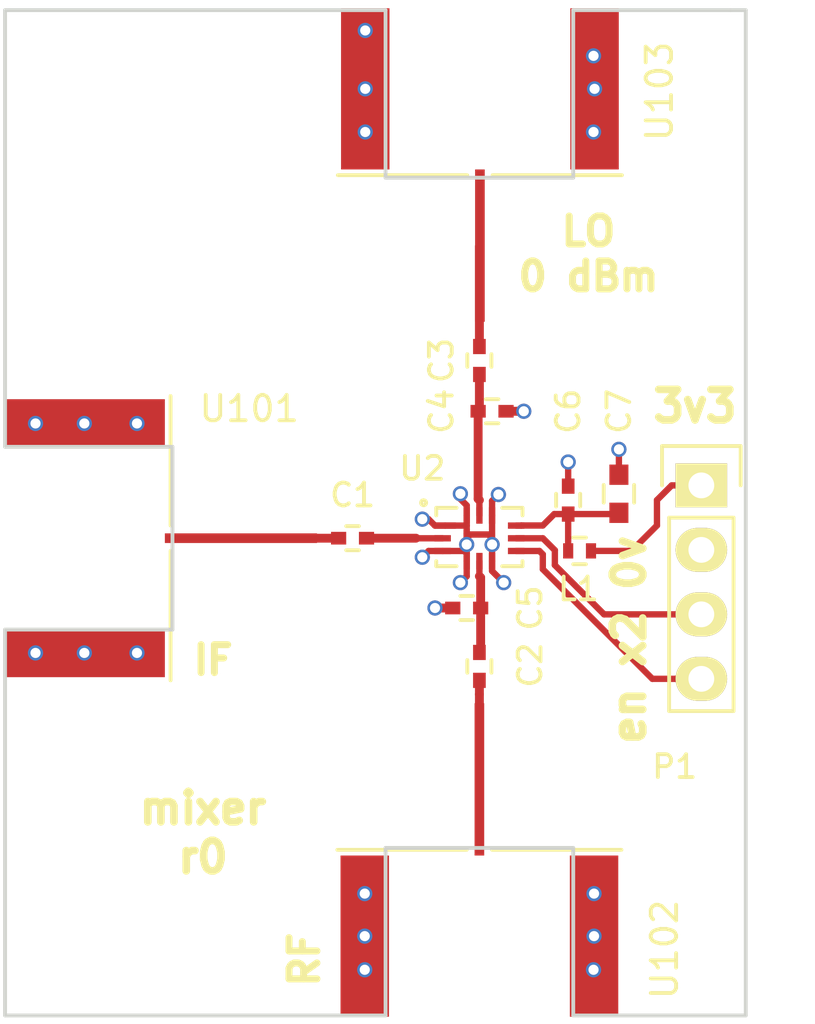
<source format=kicad_pcb>
(kicad_pcb (version 4) (host pcbnew 4.0.2-stable)

  (general
    (links 31)
    (no_connects 1)
    (area 129.55 83.8 161.875 124.150001)
    (thickness 1.6)
    (drawings 24)
    (tracks 116)
    (zones 0)
    (modules 13)
    (nets 12)
  )

  (page A4)
  (layers
    (0 F.Cu signal)
    (1 In1.Cu signal)
    (2 In2.Cu signal)
    (31 B.Cu signal)
    (32 B.Adhes user)
    (33 F.Adhes user)
    (34 B.Paste user)
    (35 F.Paste user)
    (36 B.SilkS user)
    (37 F.SilkS user)
    (38 B.Mask user)
    (39 F.Mask user)
    (40 Dwgs.User user)
    (41 Cmts.User user)
    (42 Eco1.User user)
    (43 Eco2.User user)
    (44 Edge.Cuts user)
    (45 Margin user)
    (46 B.CrtYd user)
    (47 F.CrtYd user)
    (48 B.Fab user)
    (49 F.Fab user)
  )

  (setup
    (last_trace_width 0.35)
    (user_trace_width 0.35)
    (trace_clearance 0.127)
    (zone_clearance 0.3)
    (zone_45_only no)
    (trace_min 0.127)
    (segment_width 0.2)
    (edge_width 0.15)
    (via_size 0.6)
    (via_drill 0.4)
    (via_min_size 0.4)
    (via_min_drill 0.3)
    (uvia_size 0.3)
    (uvia_drill 0.1)
    (uvias_allowed no)
    (uvia_min_size 0.2)
    (uvia_min_drill 0.1)
    (pcb_text_width 0.3)
    (pcb_text_size 1.5 1.5)
    (mod_edge_width 0.15)
    (mod_text_size 0.9 0.9)
    (mod_text_width 0.15)
    (pad_size 1.524 1.524)
    (pad_drill 0.762)
    (pad_to_mask_clearance 0.2)
    (aux_axis_origin 0 0)
    (visible_elements FFFEFF7F)
    (pcbplotparams
      (layerselection 0x010f0_80000003)
      (usegerberextensions true)
      (excludeedgelayer true)
      (linewidth 0.100000)
      (plotframeref false)
      (viasonmask false)
      (mode 1)
      (useauxorigin false)
      (hpglpennumber 1)
      (hpglpenspeed 20)
      (hpglpendiameter 15)
      (hpglpenoverlay 2)
      (psnegative false)
      (psa4output false)
      (plotreference true)
      (plotvalue true)
      (plotinvisibletext false)
      (padsonsilk false)
      (subtractmaskfromsilk false)
      (outputformat 1)
      (mirror false)
      (drillshape 0)
      (scaleselection 1)
      (outputdirectory gerbs/))
  )

  (net 0 "")
  (net 1 "Net-(C1-Pad1)")
  (net 2 "Net-(C1-Pad2)")
  (net 3 "Net-(C2-Pad1)")
  (net 4 "Net-(C2-Pad2)")
  (net 5 "Net-(C3-Pad1)")
  (net 6 "Net-(C3-Pad2)")
  (net 7 GND)
  (net 8 "Net-(C6-Pad1)")
  (net 9 VCC)
  (net 10 "Net-(P1-Pad3)")
  (net 11 "Net-(P1-Pad4)")

  (net_class Default "This is the default net class."
    (clearance 0.127)
    (trace_width 0.25)
    (via_dia 0.6)
    (via_drill 0.4)
    (uvia_dia 0.3)
    (uvia_drill 0.1)
    (add_net GND)
    (add_net "Net-(C1-Pad1)")
    (add_net "Net-(C1-Pad2)")
    (add_net "Net-(C2-Pad1)")
    (add_net "Net-(C2-Pad2)")
    (add_net "Net-(C3-Pad1)")
    (add_net "Net-(C3-Pad2)")
    (add_net "Net-(C6-Pad1)")
    (add_net "Net-(P1-Pad3)")
    (add_net "Net-(P1-Pad4)")
    (add_net VCC)
  )

  (module vna_footprints:QFN_12_3mm2mm (layer F.Cu) (tedit 571B31B5) (tstamp 571B3829)
    (at 148.5 105.0036)
    (path /571B3479)
    (fp_text reference U2 (at -2.25 -2.7536) (layer F.SilkS)
      (effects (font (size 0.9 0.9) (thickness 0.15)))
    )
    (fp_text value LTC5549 (at 3.75 -4.5) (layer F.Fab)
      (effects (font (size 0.9 0.9) (thickness 0.15)))
    )
    (fp_circle (center -2.2 -1.4) (end -2.3 -1.4) (layer F.SilkS) (width 0.15))
    (fp_line (start -1.7 1.1) (end -1.7 0.9) (layer F.SilkS) (width 0.15))
    (fp_line (start -0.9 1.1) (end -1.7 1.1) (layer F.SilkS) (width 0.15))
    (fp_line (start 1.7 1.1) (end 0.9 1.1) (layer F.SilkS) (width 0.15))
    (fp_line (start 1.7 0.9) (end 1.7 1.1) (layer F.SilkS) (width 0.15))
    (fp_line (start 1.7 -1.2) (end 1.7 -0.9) (layer F.SilkS) (width 0.15))
    (fp_line (start 0.9 -1.2) (end 1.7 -1.2) (layer F.SilkS) (width 0.15))
    (fp_line (start -1.7 -1.2) (end -0.9 -1.2) (layer F.SilkS) (width 0.15))
    (fp_line (start -1.7 -0.9) (end -1.7 -1.2) (layer F.SilkS) (width 0.15))
    (pad 1 smd rect (at -1.35 -0.5) (size 0.85 0.25) (layers F.Cu F.Paste F.Mask)
      (net 7 GND))
    (pad 2 smd rect (at -1.45 0) (size 0.65 0.25) (layers F.Cu F.Paste F.Mask)
      (net 2 "Net-(C1-Pad2)"))
    (pad 3 smd rect (at -1.45 0.5) (size 0.65 0.25) (layers F.Cu F.Paste F.Mask)
      (net 7 GND))
    (pad 4 smd rect (at -0.5 0.9 90) (size 0.65 0.25) (layers F.Cu F.Paste F.Mask)
      (net 7 GND))
    (pad 5 smd rect (at 0 0.9 90) (size 0.65 0.25) (layers F.Cu F.Paste F.Mask)
      (net 4 "Net-(C2-Pad2)"))
    (pad 6 smd rect (at 0.5 0.9 90) (size 0.65 0.25) (layers F.Cu F.Paste F.Mask)
      (net 7 GND))
    (pad 7 smd rect (at 1.45 0.5) (size 0.65 0.25) (layers F.Cu F.Paste F.Mask)
      (net 11 "Net-(P1-Pad4)"))
    (pad 8 smd rect (at 1.45 0) (size 0.65 0.25) (layers F.Cu F.Paste F.Mask)
      (net 10 "Net-(P1-Pad3)"))
    (pad 9 smd rect (at 1.45 -0.5) (size 0.65 0.25) (layers F.Cu F.Paste F.Mask)
      (net 8 "Net-(C6-Pad1)"))
    (pad 10 smd rect (at 0.5 -0.9 90) (size 0.65 0.25) (layers F.Cu F.Paste F.Mask)
      (net 7 GND))
    (pad 11 smd rect (at 0 -0.9 90) (size 0.65 0.25) (layers F.Cu F.Paste F.Mask)
      (net 6 "Net-(C3-Pad2)"))
    (pad 12 smd rect (at -0.5 -0.9 90) (size 0.65 0.25) (layers F.Cu F.Paste F.Mask)
      (net 7 GND))
    (pad 13 smd rect (at 0 -0.15) (size 0.77 0.25) (layers F.Cu F.Paste F.Mask)
      (net 7 GND))
  )

  (module Capacitors_SMD:C_0402 (layer F.Cu) (tedit 5415D599) (tstamp 571B37DD)
    (at 143.5 105)
    (descr "Capacitor SMD 0402, reflow soldering, AVX (see smccp.pdf)")
    (tags "capacitor 0402")
    (path /571B5579)
    (attr smd)
    (fp_text reference C1 (at 0 -1.7) (layer F.SilkS)
      (effects (font (size 0.9 0.9) (thickness 0.15)))
    )
    (fp_text value "10 pF" (at 0 1.7) (layer F.Fab)
      (effects (font (size 0.9 0.9) (thickness 0.15)))
    )
    (fp_line (start -1.15 -0.6) (end 1.15 -0.6) (layer F.CrtYd) (width 0.05))
    (fp_line (start -1.15 0.6) (end 1.15 0.6) (layer F.CrtYd) (width 0.05))
    (fp_line (start -1.15 -0.6) (end -1.15 0.6) (layer F.CrtYd) (width 0.05))
    (fp_line (start 1.15 -0.6) (end 1.15 0.6) (layer F.CrtYd) (width 0.05))
    (fp_line (start 0.25 -0.475) (end -0.25 -0.475) (layer F.SilkS) (width 0.15))
    (fp_line (start -0.25 0.475) (end 0.25 0.475) (layer F.SilkS) (width 0.15))
    (pad 1 smd rect (at -0.55 0) (size 0.6 0.5) (layers F.Cu F.Paste F.Mask)
      (net 1 "Net-(C1-Pad1)"))
    (pad 2 smd rect (at 0.55 0) (size 0.6 0.5) (layers F.Cu F.Paste F.Mask)
      (net 2 "Net-(C1-Pad2)"))
    (model Capacitors_SMD.3dshapes/C_0402.wrl
      (at (xyz 0 0 0))
      (scale (xyz 1 1 1))
      (rotate (xyz 0 0 0))
    )
  )

  (module Capacitors_SMD:C_0402 (layer F.Cu) (tedit 5415D599) (tstamp 571B37E3)
    (at 148.5 110.05 90)
    (descr "Capacitor SMD 0402, reflow soldering, AVX (see smccp.pdf)")
    (tags "capacitor 0402")
    (path /571B537E)
    (attr smd)
    (fp_text reference C2 (at 0.05 2 90) (layer F.SilkS)
      (effects (font (size 0.9 0.9) (thickness 0.15)))
    )
    (fp_text value "10 pF" (at 0 1.7 90) (layer F.Fab)
      (effects (font (size 0.9 0.9) (thickness 0.15)))
    )
    (fp_line (start -1.15 -0.6) (end 1.15 -0.6) (layer F.CrtYd) (width 0.05))
    (fp_line (start -1.15 0.6) (end 1.15 0.6) (layer F.CrtYd) (width 0.05))
    (fp_line (start -1.15 -0.6) (end -1.15 0.6) (layer F.CrtYd) (width 0.05))
    (fp_line (start 1.15 -0.6) (end 1.15 0.6) (layer F.CrtYd) (width 0.05))
    (fp_line (start 0.25 -0.475) (end -0.25 -0.475) (layer F.SilkS) (width 0.15))
    (fp_line (start -0.25 0.475) (end 0.25 0.475) (layer F.SilkS) (width 0.15))
    (pad 1 smd rect (at -0.55 0 90) (size 0.6 0.5) (layers F.Cu F.Paste F.Mask)
      (net 3 "Net-(C2-Pad1)"))
    (pad 2 smd rect (at 0.55 0 90) (size 0.6 0.5) (layers F.Cu F.Paste F.Mask)
      (net 4 "Net-(C2-Pad2)"))
    (model Capacitors_SMD.3dshapes/C_0402.wrl
      (at (xyz 0 0 0))
      (scale (xyz 1 1 1))
      (rotate (xyz 0 0 0))
    )
  )

  (module Capacitors_SMD:C_0402 (layer F.Cu) (tedit 5415D599) (tstamp 571B37E9)
    (at 148.5 98 270)
    (descr "Capacitor SMD 0402, reflow soldering, AVX (see smccp.pdf)")
    (tags "capacitor 0402")
    (path /571B51AD)
    (attr smd)
    (fp_text reference C3 (at 0 1.5 270) (layer F.SilkS)
      (effects (font (size 0.9 0.9) (thickness 0.15)))
    )
    (fp_text value "10 pF" (at 0 1.7 270) (layer F.Fab)
      (effects (font (size 0.9 0.9) (thickness 0.15)))
    )
    (fp_line (start -1.15 -0.6) (end 1.15 -0.6) (layer F.CrtYd) (width 0.05))
    (fp_line (start -1.15 0.6) (end 1.15 0.6) (layer F.CrtYd) (width 0.05))
    (fp_line (start -1.15 -0.6) (end -1.15 0.6) (layer F.CrtYd) (width 0.05))
    (fp_line (start 1.15 -0.6) (end 1.15 0.6) (layer F.CrtYd) (width 0.05))
    (fp_line (start 0.25 -0.475) (end -0.25 -0.475) (layer F.SilkS) (width 0.15))
    (fp_line (start -0.25 0.475) (end 0.25 0.475) (layer F.SilkS) (width 0.15))
    (pad 1 smd rect (at -0.55 0 270) (size 0.6 0.5) (layers F.Cu F.Paste F.Mask)
      (net 5 "Net-(C3-Pad1)"))
    (pad 2 smd rect (at 0.55 0 270) (size 0.6 0.5) (layers F.Cu F.Paste F.Mask)
      (net 6 "Net-(C3-Pad2)"))
    (model Capacitors_SMD.3dshapes/C_0402.wrl
      (at (xyz 0 0 0))
      (scale (xyz 1 1 1))
      (rotate (xyz 0 0 0))
    )
  )

  (module Capacitors_SMD:C_0402 (layer F.Cu) (tedit 5415D599) (tstamp 571B37EF)
    (at 149 100)
    (descr "Capacitor SMD 0402, reflow soldering, AVX (see smccp.pdf)")
    (tags "capacitor 0402")
    (path /571B3D6C)
    (attr smd)
    (fp_text reference C4 (at -2 0 90) (layer F.SilkS)
      (effects (font (size 0.9 0.9) (thickness 0.15)))
    )
    (fp_text value ".15 pF" (at 0 1.7) (layer F.Fab)
      (effects (font (size 0.9 0.9) (thickness 0.15)))
    )
    (fp_line (start -1.15 -0.6) (end 1.15 -0.6) (layer F.CrtYd) (width 0.05))
    (fp_line (start -1.15 0.6) (end 1.15 0.6) (layer F.CrtYd) (width 0.05))
    (fp_line (start -1.15 -0.6) (end -1.15 0.6) (layer F.CrtYd) (width 0.05))
    (fp_line (start 1.15 -0.6) (end 1.15 0.6) (layer F.CrtYd) (width 0.05))
    (fp_line (start 0.25 -0.475) (end -0.25 -0.475) (layer F.SilkS) (width 0.15))
    (fp_line (start -0.25 0.475) (end 0.25 0.475) (layer F.SilkS) (width 0.15))
    (pad 1 smd rect (at -0.55 0) (size 0.6 0.5) (layers F.Cu F.Paste F.Mask)
      (net 6 "Net-(C3-Pad2)"))
    (pad 2 smd rect (at 0.55 0) (size 0.6 0.5) (layers F.Cu F.Paste F.Mask)
      (net 7 GND))
    (model Capacitors_SMD.3dshapes/C_0402.wrl
      (at (xyz 0 0 0))
      (scale (xyz 1 1 1))
      (rotate (xyz 0 0 0))
    )
  )

  (module Capacitors_SMD:C_0402 (layer F.Cu) (tedit 5415D599) (tstamp 571B37F5)
    (at 148 107.75)
    (descr "Capacitor SMD 0402, reflow soldering, AVX (see smccp.pdf)")
    (tags "capacitor 0402")
    (path /571B3DD9)
    (attr smd)
    (fp_text reference C5 (at 2.5 0 90) (layer F.SilkS)
      (effects (font (size 0.9 0.9) (thickness 0.15)))
    )
    (fp_text value ".15 pF" (at 0 1.7) (layer F.Fab)
      (effects (font (size 0.9 0.9) (thickness 0.15)))
    )
    (fp_line (start -1.15 -0.6) (end 1.15 -0.6) (layer F.CrtYd) (width 0.05))
    (fp_line (start -1.15 0.6) (end 1.15 0.6) (layer F.CrtYd) (width 0.05))
    (fp_line (start -1.15 -0.6) (end -1.15 0.6) (layer F.CrtYd) (width 0.05))
    (fp_line (start 1.15 -0.6) (end 1.15 0.6) (layer F.CrtYd) (width 0.05))
    (fp_line (start 0.25 -0.475) (end -0.25 -0.475) (layer F.SilkS) (width 0.15))
    (fp_line (start -0.25 0.475) (end 0.25 0.475) (layer F.SilkS) (width 0.15))
    (pad 1 smd rect (at -0.55 0) (size 0.6 0.5) (layers F.Cu F.Paste F.Mask)
      (net 7 GND))
    (pad 2 smd rect (at 0.55 0) (size 0.6 0.5) (layers F.Cu F.Paste F.Mask)
      (net 4 "Net-(C2-Pad2)"))
    (model Capacitors_SMD.3dshapes/C_0402.wrl
      (at (xyz 0 0 0))
      (scale (xyz 1 1 1))
      (rotate (xyz 0 0 0))
    )
  )

  (module Capacitors_SMD:C_0402 (layer F.Cu) (tedit 5415D599) (tstamp 571B37FB)
    (at 152 103.5 90)
    (descr "Capacitor SMD 0402, reflow soldering, AVX (see smccp.pdf)")
    (tags "capacitor 0402")
    (path /571B3F93)
    (attr smd)
    (fp_text reference C6 (at 3.5 0 90) (layer F.SilkS)
      (effects (font (size 0.9 0.9) (thickness 0.15)))
    )
    (fp_text value "10 pF" (at 0 1.7 90) (layer F.Fab)
      (effects (font (size 0.9 0.9) (thickness 0.15)))
    )
    (fp_line (start -1.15 -0.6) (end 1.15 -0.6) (layer F.CrtYd) (width 0.05))
    (fp_line (start -1.15 0.6) (end 1.15 0.6) (layer F.CrtYd) (width 0.05))
    (fp_line (start -1.15 -0.6) (end -1.15 0.6) (layer F.CrtYd) (width 0.05))
    (fp_line (start 1.15 -0.6) (end 1.15 0.6) (layer F.CrtYd) (width 0.05))
    (fp_line (start 0.25 -0.475) (end -0.25 -0.475) (layer F.SilkS) (width 0.15))
    (fp_line (start -0.25 0.475) (end 0.25 0.475) (layer F.SilkS) (width 0.15))
    (pad 1 smd rect (at -0.55 0 90) (size 0.6 0.5) (layers F.Cu F.Paste F.Mask)
      (net 8 "Net-(C6-Pad1)"))
    (pad 2 smd rect (at 0.55 0 90) (size 0.6 0.5) (layers F.Cu F.Paste F.Mask)
      (net 7 GND))
    (model Capacitors_SMD.3dshapes/C_0402.wrl
      (at (xyz 0 0 0))
      (scale (xyz 1 1 1))
      (rotate (xyz 0 0 0))
    )
  )

  (module Capacitors_SMD:C_0603 (layer F.Cu) (tedit 5415D631) (tstamp 571B3801)
    (at 154 103.25 90)
    (descr "Capacitor SMD 0603, reflow soldering, AVX (see smccp.pdf)")
    (tags "capacitor 0603")
    (path /571B4014)
    (attr smd)
    (fp_text reference C7 (at 3.25 0 90) (layer F.SilkS)
      (effects (font (size 0.9 0.9) (thickness 0.15)))
    )
    (fp_text value "1 uF" (at 0 1.9 90) (layer F.Fab)
      (effects (font (size 0.9 0.9) (thickness 0.15)))
    )
    (fp_line (start -1.45 -0.75) (end 1.45 -0.75) (layer F.CrtYd) (width 0.05))
    (fp_line (start -1.45 0.75) (end 1.45 0.75) (layer F.CrtYd) (width 0.05))
    (fp_line (start -1.45 -0.75) (end -1.45 0.75) (layer F.CrtYd) (width 0.05))
    (fp_line (start 1.45 -0.75) (end 1.45 0.75) (layer F.CrtYd) (width 0.05))
    (fp_line (start -0.35 -0.6) (end 0.35 -0.6) (layer F.SilkS) (width 0.15))
    (fp_line (start 0.35 0.6) (end -0.35 0.6) (layer F.SilkS) (width 0.15))
    (pad 1 smd rect (at -0.75 0 90) (size 0.8 0.75) (layers F.Cu F.Paste F.Mask)
      (net 8 "Net-(C6-Pad1)"))
    (pad 2 smd rect (at 0.75 0 90) (size 0.8 0.75) (layers F.Cu F.Paste F.Mask)
      (net 7 GND))
    (model Capacitors_SMD.3dshapes/C_0603.wrl
      (at (xyz 0 0 0))
      (scale (xyz 1 1 1))
      (rotate (xyz 0 0 0))
    )
  )

  (module Resistors_SMD:R_0402 (layer F.Cu) (tedit 5415CBB8) (tstamp 571B3807)
    (at 152.45 105.5 180)
    (descr "Resistor SMD 0402, reflow soldering, Vishay (see dcrcw.pdf)")
    (tags "resistor 0402")
    (path /571B448F)
    (attr smd)
    (fp_text reference L1 (at 0.05 -1.5 180) (layer F.SilkS)
      (effects (font (size 0.9 0.9) (thickness 0.15)))
    )
    (fp_text value FERRITE (at 0 1.8 180) (layer F.Fab)
      (effects (font (size 0.9 0.9) (thickness 0.15)))
    )
    (fp_line (start -0.95 -0.65) (end 0.95 -0.65) (layer F.CrtYd) (width 0.05))
    (fp_line (start -0.95 0.65) (end 0.95 0.65) (layer F.CrtYd) (width 0.05))
    (fp_line (start -0.95 -0.65) (end -0.95 0.65) (layer F.CrtYd) (width 0.05))
    (fp_line (start 0.95 -0.65) (end 0.95 0.65) (layer F.CrtYd) (width 0.05))
    (fp_line (start 0.25 -0.525) (end -0.25 -0.525) (layer F.SilkS) (width 0.15))
    (fp_line (start -0.25 0.525) (end 0.25 0.525) (layer F.SilkS) (width 0.15))
    (pad 1 smd rect (at -0.45 0 180) (size 0.4 0.6) (layers F.Cu F.Paste F.Mask)
      (net 9 VCC))
    (pad 2 smd rect (at 0.45 0 180) (size 0.4 0.6) (layers F.Cu F.Paste F.Mask)
      (net 8 "Net-(C6-Pad1)"))
    (model Resistors_SMD.3dshapes/R_0402.wrl
      (at (xyz 0 0 0))
      (scale (xyz 1 1 1))
      (rotate (xyz 0 0 0))
    )
  )

  (module Pin_Headers:Pin_Header_Straight_1x04 (layer F.Cu) (tedit 0) (tstamp 571B380F)
    (at 157.25 102.92)
    (descr "Through hole pin header")
    (tags "pin header")
    (path /571B4046)
    (fp_text reference P1 (at -1.05 11.08) (layer F.SilkS)
      (effects (font (size 0.9 0.9) (thickness 0.15)))
    )
    (fp_text value CONN_01X04 (at 0 -3.1) (layer F.Fab)
      (effects (font (size 0.9 0.9) (thickness 0.15)))
    )
    (fp_line (start -1.75 -1.75) (end -1.75 9.4) (layer F.CrtYd) (width 0.05))
    (fp_line (start 1.75 -1.75) (end 1.75 9.4) (layer F.CrtYd) (width 0.05))
    (fp_line (start -1.75 -1.75) (end 1.75 -1.75) (layer F.CrtYd) (width 0.05))
    (fp_line (start -1.75 9.4) (end 1.75 9.4) (layer F.CrtYd) (width 0.05))
    (fp_line (start -1.27 1.27) (end -1.27 8.89) (layer F.SilkS) (width 0.15))
    (fp_line (start 1.27 1.27) (end 1.27 8.89) (layer F.SilkS) (width 0.15))
    (fp_line (start 1.55 -1.55) (end 1.55 0) (layer F.SilkS) (width 0.15))
    (fp_line (start -1.27 8.89) (end 1.27 8.89) (layer F.SilkS) (width 0.15))
    (fp_line (start 1.27 1.27) (end -1.27 1.27) (layer F.SilkS) (width 0.15))
    (fp_line (start -1.55 0) (end -1.55 -1.55) (layer F.SilkS) (width 0.15))
    (fp_line (start -1.55 -1.55) (end 1.55 -1.55) (layer F.SilkS) (width 0.15))
    (pad 1 thru_hole rect (at 0 0) (size 2.032 1.7272) (drill 1.016) (layers *.Cu *.Mask F.SilkS)
      (net 9 VCC))
    (pad 2 thru_hole oval (at 0 2.54) (size 2.032 1.7272) (drill 1.016) (layers *.Cu *.Mask F.SilkS)
      (net 7 GND))
    (pad 3 thru_hole oval (at 0 5.08) (size 2.032 1.7272) (drill 1.016) (layers *.Cu *.Mask F.SilkS)
      (net 10 "Net-(P1-Pad3)"))
    (pad 4 thru_hole oval (at 0 7.62) (size 2.032 1.7272) (drill 1.016) (layers *.Cu *.Mask F.SilkS)
      (net 11 "Net-(P1-Pad4)"))
    (model Pin_Headers.3dshapes/Pin_Header_Straight_1x04.wrl
      (at (xyz 0 -0.15 0))
      (scale (xyz 1 1 1))
      (rotate (xyz 0 0 90))
    )
  )

  (module vna_footprints:142-0721-882_sma_cutout (layer F.Cu) (tedit 572AC847) (tstamp 576CDE57)
    (at 132.925 105 270)
    (path /576CE0C3)
    (fp_text reference U101 (at -5.1 -6.5 360) (layer F.SilkS)
      (effects (font (size 1 1) (thickness 0.15)))
    )
    (fp_text value CONN_SMA_2GND (at -3.6 -10.3 360) (layer F.Fab)
      (effects (font (size 1 1) (thickness 0.15)))
    )
    (fp_line (start -0.5 -3.4) (end -5.6 -3.4) (layer F.SilkS) (width 0.15))
    (fp_line (start 5.6 -3.4) (end 0.5 -3.4) (layer F.SilkS) (width 0.15))
    (pad 2 smd rect (at -4.52 0 270) (size 1.91 6.35) (layers F.Cu F.Paste F.Mask)
      (net 7 GND))
    (pad 3 smd rect (at 4.52 0 270) (size 1.91 6.35) (layers F.Cu F.Paste F.Mask)
      (net 7 GND))
    (pad 1 smd rect (at 0 -6.175 270) (size 0.38 6) (layers F.Cu F.Paste F.Mask)
      (net 1 "Net-(C1-Pad1)"))
  )

  (module vna_footprints:142-0721-882_sma_cutout (layer F.Cu) (tedit 572AC847) (tstamp 576CDE5E)
    (at 148.5 120.675)
    (path /576CE549)
    (fp_text reference U102 (at 7.3 0.525 90) (layer F.SilkS)
      (effects (font (size 1 1) (thickness 0.15)))
    )
    (fp_text value CONN_SMA_2GND (at -3.6 -10.3 90) (layer F.Fab)
      (effects (font (size 1 1) (thickness 0.15)))
    )
    (fp_line (start -0.5 -3.4) (end -5.6 -3.4) (layer F.SilkS) (width 0.15))
    (fp_line (start 5.6 -3.4) (end 0.5 -3.4) (layer F.SilkS) (width 0.15))
    (pad 2 smd rect (at -4.52 0) (size 1.91 6.35) (layers F.Cu F.Paste F.Mask)
      (net 7 GND))
    (pad 3 smd rect (at 4.52 0) (size 1.91 6.35) (layers F.Cu F.Paste F.Mask)
      (net 7 GND))
    (pad 1 smd rect (at 0 -6.175) (size 0.38 6) (layers F.Cu F.Paste F.Mask)
      (net 3 "Net-(C2-Pad1)"))
  )

  (module vna_footprints:142-0721-882_sma_cutout (layer F.Cu) (tedit 572AC847) (tstamp 576CDE65)
    (at 148.52 87.3 180)
    (path /576CE1E3)
    (fp_text reference U103 (at -7.08 -0.1 270) (layer F.SilkS)
      (effects (font (size 1 1) (thickness 0.15)))
    )
    (fp_text value CONN_SMA_2GND (at -3.6 -10.3 270) (layer F.Fab)
      (effects (font (size 1 1) (thickness 0.15)))
    )
    (fp_line (start -0.5 -3.4) (end -5.6 -3.4) (layer F.SilkS) (width 0.15))
    (fp_line (start 5.6 -3.4) (end 0.5 -3.4) (layer F.SilkS) (width 0.15))
    (pad 2 smd rect (at -4.52 0 180) (size 1.91 6.35) (layers F.Cu F.Paste F.Mask)
      (net 7 GND))
    (pad 3 smd rect (at 4.52 0 180) (size 1.91 6.35) (layers F.Cu F.Paste F.Mask)
      (net 7 GND))
    (pad 1 smd rect (at 0 -6.175 180) (size 0.38 6) (layers F.Cu F.Paste F.Mask)
      (net 5 "Net-(C3-Pad1)"))
  )

  (gr_line (start 136.4 108.6) (end 129.8 108.6) (layer Edge.Cuts) (width 0.15))
  (gr_line (start 136.4 101.4) (end 136.4 108.6) (layer Edge.Cuts) (width 0.15))
  (gr_line (start 129.8 101.4) (end 136.4 101.4) (layer Edge.Cuts) (width 0.15))
  (gr_line (start 159 123.8) (end 159 84.2) (layer Edge.Cuts) (width 0.15))
  (gr_line (start 152.4 123.8) (end 159 123.8) (layer Edge.Cuts) (width 0.15))
  (gr_line (start 158.4 84.2) (end 159 84.2) (layer Edge.Cuts) (width 0.15))
  (gr_line (start 152.2 84.2) (end 158.4 84.2) (layer Edge.Cuts) (width 0.15))
  (gr_line (start 152.2 90.8) (end 152.2 84.2) (layer Edge.Cuts) (width 0.15))
  (gr_line (start 144.8 90.8) (end 152.2 90.8) (layer Edge.Cuts) (width 0.15))
  (gr_line (start 144.8 84.2) (end 144.8 90.8) (layer Edge.Cuts) (width 0.15))
  (gr_line (start 144.8 84.2) (end 129.8 84.2) (layer Edge.Cuts) (width 0.15))
  (gr_line (start 129.8 101.4) (end 129.8 84.2) (layer Edge.Cuts) (width 0.15))
  (gr_line (start 129.8 123.8) (end 144.8 123.8) (layer Edge.Cuts) (width 0.15))
  (gr_line (start 129.8 108.6) (end 129.8 123.8) (layer Edge.Cuts) (width 0.15))
  (gr_line (start 144.8 117.2) (end 144.8 123.8) (layer Edge.Cuts) (width 0.15))
  (gr_line (start 152.2 117.2) (end 144.8 117.2) (layer Edge.Cuts) (width 0.15))
  (gr_line (start 152.2 123.8) (end 152.2 117.2) (layer Edge.Cuts) (width 0.15))
  (gr_line (start 152.4 123.8) (end 152.2 123.8) (layer Edge.Cuts) (width 0.15))
  (gr_text "en x2 0v" (at 154.4 109 90) (layer F.SilkS) (tstamp 576CDE8F)
    (effects (font (size 1.2 1.2) (thickness 0.3)))
  )
  (gr_text IF (at 138 109.8) (layer F.SilkS) (tstamp 571B3C86)
    (effects (font (size 1.1 1.1) (thickness 0.275)))
  )
  (gr_text RF (at 141.6 121.6 90) (layer F.SilkS) (tstamp 571B3C85)
    (effects (font (size 1.1 1.1) (thickness 0.275)))
  )
  (gr_text "LO\n0 dBm" (at 152.8 93.8 360) (layer F.SilkS)
    (effects (font (size 1.1 1.1) (thickness 0.275)))
  )
  (gr_text "mixer\nr0" (at 137.6 116.6 360) (layer F.SilkS)
    (effects (font (size 1.2 1.2) (thickness 0.3)))
  )
  (gr_text 3v3 (at 157 99.8) (layer F.SilkS)
    (effects (font (size 1.2 1.2) (thickness 0.3)))
  )

  (segment (start 138.5 105) (end 142.95 105) (width 0.35) (layer F.Cu) (net 1))
  (segment (start 146 105) (end 146.0036 105.0036) (width 0.25) (layer F.Cu) (net 2))
  (segment (start 146.0036 105.0036) (end 147.05 105.0036) (width 0.25) (layer F.Cu) (net 2))
  (segment (start 144.05 105) (end 146 105) (width 0.35) (layer F.Cu) (net 2))
  (segment (start 148.5 114.5) (end 148.5 111.15) (width 0.35) (layer F.Cu) (net 3))
  (segment (start 148.5 111.15) (end 148.5 110.6) (width 0.35) (layer F.Cu) (net 3))
  (segment (start 148.55 107.75) (end 148.55 109.45) (width 0.35) (layer F.Cu) (net 4))
  (segment (start 148.55 109.45) (end 148.5 109.5) (width 0.35) (layer F.Cu) (net 4))
  (segment (start 148.5 106.5) (end 148.55 106.55) (width 0.35) (layer F.Cu) (net 4))
  (segment (start 148.55 106.55) (end 148.55 107.75) (width 0.35) (layer F.Cu) (net 4))
  (segment (start 148.5 105.9036) (end 148.5 106.5) (width 0.25) (layer F.Cu) (net 4))
  (segment (start 148.5 93.5) (end 148.5 97.324998) (width 0.35) (layer F.Cu) (net 5))
  (segment (start 148.5 97.324998) (end 148.5 97.45) (width 0.35) (layer F.Cu) (net 5))
  (segment (start 148.5 98.55) (end 148.5 99.95) (width 0.35) (layer F.Cu) (net 6))
  (segment (start 148.5 99.95) (end 148.45 100) (width 0.35) (layer F.Cu) (net 6))
  (segment (start 148.5 103.5) (end 148.45 103.45) (width 0.35) (layer F.Cu) (net 6))
  (segment (start 148.45 103.45) (end 148.45 100) (width 0.35) (layer F.Cu) (net 6))
  (segment (start 148.5 104.1036) (end 148.5 103.5) (width 0.25) (layer F.Cu) (net 6))
  (via (at 153 89) (size 0.6) (drill 0.4) (layers F.Cu B.Cu) (net 7) (tstamp 576CF0DF))
  (via (at 153 86) (size 0.6) (drill 0.4) (layers F.Cu B.Cu) (net 7) (tstamp 576CF0DB))
  (via (at 144 85) (size 0.6) (drill 0.4) (layers F.Cu B.Cu) (net 7) (tstamp 576CF0D6))
  (via (at 144 89) (size 0.6) (drill 0.4) (layers F.Cu B.Cu) (net 7) (tstamp 576CF0D4))
  (via (at 135 100.48) (size 0.6) (drill 0.4) (layers F.Cu B.Cu) (net 7) (tstamp 576CF0D2))
  (via (at 131 100.48) (size 0.6) (drill 0.4) (layers F.Cu B.Cu) (net 7) (tstamp 576CF0D0))
  (via (at 131 109.52) (size 0.6) (drill 0.4) (layers F.Cu B.Cu) (net 7) (tstamp 576CF0CE))
  (via (at 135 109.52) (size 0.6) (drill 0.4) (layers F.Cu B.Cu) (net 7) (tstamp 576CF0CA))
  (via (at 153 122) (size 0.6) (drill 0.4) (layers F.Cu B.Cu) (net 7) (tstamp 576CF0C8))
  (via (at 153.02 119) (size 0.6) (drill 0.4) (layers F.Cu B.Cu) (net 7) (tstamp 576CF0BC))
  (via (at 143.98 122) (size 0.6) (drill 0.4) (layers F.Cu B.Cu) (net 7) (tstamp 576CF0B9))
  (via (at 143.98 119) (size 0.6) (drill 0.4) (layers F.Cu B.Cu) (net 7) (tstamp 576CF0B5))
  (via (at 153.02 120.675) (size 0.6) (drill 0.4) (layers F.Cu B.Cu) (net 7))
  (via (at 143.98 120.675) (size 0.6) (drill 0.4) (layers F.Cu B.Cu) (net 7))
  (via (at 132.925 109.52) (size 0.6) (drill 0.4) (layers F.Cu B.Cu) (net 7))
  (via (at 132.925 100.48) (size 0.6) (drill 0.4) (layers F.Cu B.Cu) (net 7))
  (via (at 144 87.3) (size 0.6) (drill 0.4) (layers F.Cu B.Cu) (net 7))
  (via (at 153.04 87.3) (size 0.6) (drill 0.4) (layers F.Cu B.Cu) (net 7))
  (segment (start 148 104.1036) (end 148 104.5) (width 0.25) (layer F.Cu) (net 7))
  (segment (start 148 104.5) (end 148 105) (width 0.25) (layer F.Cu) (net 7))
  (segment (start 147.15 104.5036) (end 147.9964 104.5036) (width 0.25) (layer F.Cu) (net 7))
  (segment (start 147.9964 104.5036) (end 148 104.5) (width 0.25) (layer F.Cu) (net 7))
  (segment (start 148 105.9036) (end 148 105.6) (width 0.25) (layer F.Cu) (net 7))
  (segment (start 148 105.6) (end 148 105.25013) (width 0.25) (layer F.Cu) (net 7))
  (segment (start 147.05 105.5036) (end 147.9036 105.5036) (width 0.25) (layer F.Cu) (net 7))
  (segment (start 147.9036 105.5036) (end 148 105.6) (width 0.25) (layer F.Cu) (net 7))
  (segment (start 148 105.25013) (end 147.998947 105.249077) (width 0.25) (layer F.Cu) (net 7))
  (segment (start 149 105.9036) (end 149 105.25013) (width 0.25) (layer F.Cu) (net 7))
  (segment (start 149 105.25013) (end 149.001053 105.249077) (width 0.25) (layer F.Cu) (net 7))
  (segment (start 149 104.1036) (end 149 105.248024) (width 0.25) (layer F.Cu) (net 7))
  (segment (start 149 105.248024) (end 149.001053 105.249077) (width 0.25) (layer F.Cu) (net 7))
  (segment (start 148 105) (end 147.998947 105.001053) (width 0.25) (layer F.Cu) (net 7))
  (segment (start 147.998947 104.677547) (end 147.998947 104.824813) (width 0.25) (layer F.Cu) (net 7))
  (segment (start 147.998947 104.824813) (end 147.998947 105.249077) (width 0.25) (layer F.Cu) (net 7))
  (segment (start 148.8536 104.8536) (end 149.001053 105.001053) (width 0.25) (layer F.Cu) (net 7))
  (segment (start 149.001053 105.001053) (end 149.001053 105.249077) (width 0.25) (layer F.Cu) (net 7))
  (segment (start 148.5 104.8536) (end 148.8536 104.8536) (width 0.25) (layer F.Cu) (net 7))
  (segment (start 148.1464 104.8536) (end 147.998947 105.001053) (width 0.25) (layer F.Cu) (net 7))
  (segment (start 147.998947 105.001053) (end 147.998947 105.249077) (width 0.25) (layer F.Cu) (net 7))
  (segment (start 148.5 104.8536) (end 148.1464 104.8536) (width 0.25) (layer F.Cu) (net 7))
  (segment (start 148 105.9036) (end 148 106.5) (width 0.25) (layer F.Cu) (net 7))
  (segment (start 148 106.5) (end 147.75 106.75) (width 0.25) (layer F.Cu) (net 7))
  (via (at 147.75 106.75) (size 0.6) (drill 0.4) (layers F.Cu B.Cu) (net 7))
  (via (at 149.45712 106.75) (size 0.6) (drill 0.4) (layers F.Cu B.Cu) (net 7))
  (segment (start 149 105.9036) (end 149 106.29288) (width 0.25) (layer F.Cu) (net 7))
  (segment (start 149 106.29288) (end 149.45712 106.75) (width 0.25) (layer F.Cu) (net 7))
  (via (at 149.25 103.2786) (size 0.6) (drill 0.4) (layers F.Cu B.Cu) (net 7))
  (segment (start 149 104.1036) (end 149 103.5286) (width 0.25) (layer F.Cu) (net 7))
  (segment (start 149 103.5286) (end 149.25 103.2786) (width 0.25) (layer F.Cu) (net 7))
  (segment (start 147.75 103.45712) (end 147.75 103.25) (width 0.25) (layer F.Cu) (net 7))
  (via (at 147.75 103.25) (size 0.6) (drill 0.4) (layers F.Cu B.Cu) (net 7))
  (segment (start 148 104.1036) (end 148 103.70712) (width 0.25) (layer F.Cu) (net 7))
  (segment (start 148 103.70712) (end 147.75 103.45712) (width 0.25) (layer F.Cu) (net 7))
  (segment (start 147.05 105.5036) (end 146.4964 105.5036) (width 0.25) (layer F.Cu) (net 7))
  (segment (start 146.4964 105.5036) (end 146.25 105.75) (width 0.25) (layer F.Cu) (net 7))
  (via (at 146.25 105.75) (size 0.6) (drill 0.4) (layers F.Cu B.Cu) (net 7))
  (segment (start 146.4928 104.25) (end 146.25 104.25) (width 0.25) (layer F.Cu) (net 7))
  (via (at 146.25 104.25) (size 0.6) (drill 0.4) (layers F.Cu B.Cu) (net 7))
  (segment (start 147.15 104.5036) (end 146.7464 104.5036) (width 0.25) (layer F.Cu) (net 7))
  (segment (start 146.7464 104.5036) (end 146.4928 104.25) (width 0.25) (layer F.Cu) (net 7))
  (segment (start 149.004644 105.245486) (end 149.001053 105.249077) (width 0.35) (layer F.Cu) (net 7))
  (via (at 149.001053 105.249077) (size 0.6) (drill 0.4) (layers F.Cu B.Cu) (net 7))
  (segment (start 149 105.25) (end 149.00013 105.25) (width 0.35) (layer F.Cu) (net 7))
  (segment (start 149.00013 105.25) (end 149.001053 105.249077) (width 0.35) (layer F.Cu) (net 7))
  (via (at 147.998947 105.249077) (size 0.6) (drill 0.4) (layers F.Cu B.Cu) (net 7))
  (segment (start 150 100) (end 150.25 100) (width 0.35) (layer F.Cu) (net 7))
  (via (at 150.25 100) (size 0.6) (drill 0.4) (layers F.Cu B.Cu) (net 7))
  (segment (start 149.55 100) (end 150 100) (width 0.35) (layer F.Cu) (net 7))
  (segment (start 147.45 107.75) (end 146.75 107.75) (width 0.35) (layer F.Cu) (net 7))
  (via (at 146.75 107.75) (size 0.6) (drill 0.4) (layers F.Cu B.Cu) (net 7))
  (segment (start 154 102.5) (end 154 101.5) (width 0.25) (layer F.Cu) (net 7))
  (via (at 154 101.5) (size 0.6) (drill 0.4) (layers F.Cu B.Cu) (net 7))
  (segment (start 152 102.95) (end 152 102) (width 0.25) (layer F.Cu) (net 7))
  (via (at 152 102) (size 0.6) (drill 0.4) (layers F.Cu B.Cu) (net 7))
  (segment (start 152 104.05) (end 152 105.5) (width 0.25) (layer F.Cu) (net 8))
  (segment (start 152 104.05) (end 153.95 104.05) (width 0.25) (layer F.Cu) (net 8))
  (segment (start 153.95 104.05) (end 154 104) (width 0.25) (layer F.Cu) (net 8))
  (segment (start 151 104.5) (end 151.45 104.05) (width 0.25) (layer F.Cu) (net 8))
  (segment (start 151.45 104.05) (end 152 104.05) (width 0.25) (layer F.Cu) (net 8))
  (segment (start 150.1536 104.5) (end 151 104.5) (width 0.25) (layer F.Cu) (net 8))
  (segment (start 149.95 104.5036) (end 150.15 104.5036) (width 0.25) (layer F.Cu) (net 8))
  (segment (start 150.15 104.5036) (end 150.1536 104.5) (width 0.25) (layer F.Cu) (net 8))
  (segment (start 152.9 105.5) (end 154.5 105.5) (width 0.25) (layer F.Cu) (net 9))
  (segment (start 154.5 105.5) (end 155.5 104.5) (width 0.25) (layer F.Cu) (net 9))
  (segment (start 155.5 104.5) (end 155.5 103.5) (width 0.25) (layer F.Cu) (net 9))
  (segment (start 155.5 103.5) (end 156.08 102.92) (width 0.25) (layer F.Cu) (net 9))
  (segment (start 156.08 102.92) (end 157.5 102.92) (width 0.25) (layer F.Cu) (net 9))
  (segment (start 151.474999 105.474999) (end 151.0036 105.0036) (width 0.25) (layer F.Cu) (net 10))
  (segment (start 151.0036 105.0036) (end 149.95 105.0036) (width 0.25) (layer F.Cu) (net 10))
  (segment (start 151.474999 106.060001) (end 151.474999 105.474999) (width 0.25) (layer F.Cu) (net 10))
  (segment (start 157.5 108) (end 153.414998 108) (width 0.25) (layer F.Cu) (net 10))
  (segment (start 153.414998 108) (end 151.474999 106.060001) (width 0.25) (layer F.Cu) (net 10))
  (segment (start 151 105.63641) (end 151 106.221412) (width 0.25) (layer F.Cu) (net 11))
  (segment (start 151 106.221412) (end 155.318588 110.54) (width 0.25) (layer F.Cu) (net 11))
  (segment (start 155.318588 110.54) (end 156.234 110.54) (width 0.25) (layer F.Cu) (net 11))
  (segment (start 156.234 110.54) (end 157.5 110.54) (width 0.25) (layer F.Cu) (net 11))
  (segment (start 150.86719 105.5036) (end 151 105.63641) (width 0.25) (layer F.Cu) (net 11))
  (segment (start 149.95 105.5036) (end 150.86719 105.5036) (width 0.25) (layer F.Cu) (net 11))

  (zone (net 7) (net_name GND) (layer In1.Cu) (tstamp 0) (hatch edge 0.508)
    (connect_pads yes (clearance 0.3))
    (min_thickness 0.254)
    (fill yes (arc_segments 16) (thermal_gap 0.508) (thermal_bridge_width 0.508))
    (polygon
      (pts
        (xy 129.6 83.8) (xy 129.6 124) (xy 135.8 124) (xy 159.25 124.15) (xy 159.2 83.8)
      )
    )
    (filled_polygon
      (pts
        (xy 144.298 90.8) (xy 144.336212 90.992107) (xy 144.445032 91.154968) (xy 144.607893 91.263788) (xy 144.8 91.302)
        (xy 152.2 91.302) (xy 152.392107 91.263788) (xy 152.554968 91.154968) (xy 152.663788 90.992107) (xy 152.702 90.8)
        (xy 152.702 84.702) (xy 158.498 84.702) (xy 158.498 101.698122) (xy 158.435381 101.655336) (xy 158.266 101.621035)
        (xy 156.234 101.621035) (xy 156.075763 101.650809) (xy 155.930433 101.744327) (xy 155.832936 101.887019) (xy 155.798635 102.0564)
        (xy 155.798635 103.7836) (xy 155.828409 103.941837) (xy 155.921927 104.087167) (xy 156.064619 104.184664) (xy 156.234 104.218965)
        (xy 158.266 104.218965) (xy 158.424237 104.189191) (xy 158.498 104.141725) (xy 158.498 107.31899) (xy 158.343262 107.087408)
        (xy 157.924561 106.807641) (xy 157.43067 106.7094) (xy 157.06933 106.7094) (xy 156.575439 106.807641) (xy 156.156738 107.087408)
        (xy 155.876971 107.506109) (xy 155.77873 108) (xy 155.876971 108.493891) (xy 156.156738 108.912592) (xy 156.575439 109.192359)
        (xy 156.965767 109.27) (xy 156.575439 109.347641) (xy 156.156738 109.627408) (xy 155.876971 110.046109) (xy 155.77873 110.54)
        (xy 155.876971 111.033891) (xy 156.156738 111.452592) (xy 156.575439 111.732359) (xy 157.06933 111.8306) (xy 157.43067 111.8306)
        (xy 157.924561 111.732359) (xy 158.343262 111.452592) (xy 158.498 111.22101) (xy 158.498 123.298) (xy 152.702 123.298)
        (xy 152.702 117.2) (xy 152.663788 117.007893) (xy 152.554968 116.845032) (xy 152.392107 116.736212) (xy 152.2 116.698)
        (xy 144.8 116.698) (xy 144.607893 116.736212) (xy 144.445032 116.845032) (xy 144.336212 117.007893) (xy 144.298 117.2)
        (xy 144.298 123.298) (xy 130.302 123.298) (xy 130.302 109.102) (xy 136.4 109.102) (xy 136.592107 109.063788)
        (xy 136.754968 108.954968) (xy 136.863788 108.792107) (xy 136.902 108.6) (xy 136.902 101.4) (xy 136.863788 101.207893)
        (xy 136.754968 101.045032) (xy 136.592107 100.936212) (xy 136.4 100.898) (xy 130.302 100.898) (xy 130.302 84.702)
        (xy 144.298 84.702)
      )
    )
  )
)

</source>
